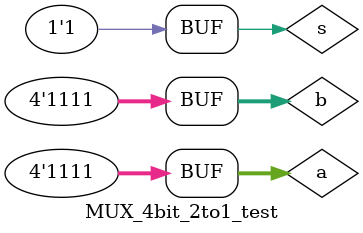
<source format=v>
`timescale 1ns / 1ps


module MUX_4bit_2to1_test;

	// Inputs
	reg [3:0] a;
	reg [3:0] b;
	reg s;

	// Outputs
	wire [3:0] y;

	// Instantiate the Unit Under Test (UUT)
	MUX_4bit_2to1 uut (
		.a(a), 
		.b(b), 
		.s(s), 
		.y(y)
	);

	initial begin
		// Initialize Inputs
		a = 0;
		b = 0;
		s = 0;

		// Wait 100 ns for global reset to finish
		#100;
      
		// Add stimulus here
		#100
		s <= 0;
		a <= 4'b 0000;
		b <= 4'b 0000;
		
		#200
		a <= 4'b 0000;
		b <= 4'b 1111;
		
		#200
		a <= 4'b 1111;
		b <= 4'b 0000;
		
		#200
		a <= 4'b 1111;
		b <= 4'b 1111;
		
		
		#200
		s <= 1;
		a <= 4'b 0000;
		b <= 4'b 0000;
		
		#200
		a <= 4'b 1111;
		b <= 4'b 0000;
		
		#200
		a <= 4'b 0000;
		b <= 4'b 1111;
		
		#200
		a <= 4'b 1111;
		b <= 4'b 1111;

	end
      
endmodule


</source>
